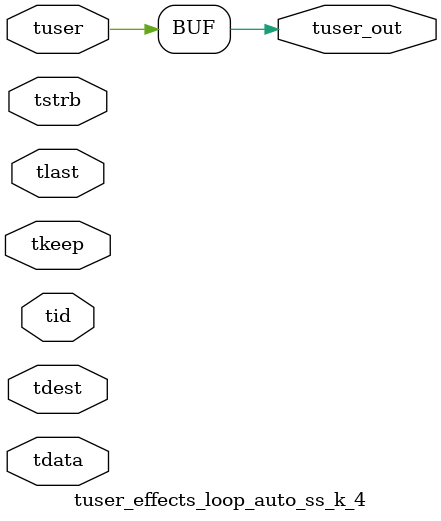
<source format=v>


`timescale 1ps/1ps

module tuser_effects_loop_auto_ss_k_4 #
(
parameter C_S_AXIS_TUSER_WIDTH = 1,
parameter C_S_AXIS_TDATA_WIDTH = 32,
parameter C_S_AXIS_TID_WIDTH   = 0,
parameter C_S_AXIS_TDEST_WIDTH = 0,
parameter C_M_AXIS_TUSER_WIDTH = 1
)
(
input  [(C_S_AXIS_TUSER_WIDTH == 0 ? 1 : C_S_AXIS_TUSER_WIDTH)-1:0     ] tuser,
input  [(C_S_AXIS_TDATA_WIDTH == 0 ? 1 : C_S_AXIS_TDATA_WIDTH)-1:0     ] tdata,
input  [(C_S_AXIS_TID_WIDTH   == 0 ? 1 : C_S_AXIS_TID_WIDTH)-1:0       ] tid,
input  [(C_S_AXIS_TDEST_WIDTH == 0 ? 1 : C_S_AXIS_TDEST_WIDTH)-1:0     ] tdest,
input  [(C_S_AXIS_TDATA_WIDTH/8)-1:0 ] tkeep,
input  [(C_S_AXIS_TDATA_WIDTH/8)-1:0 ] tstrb,
input                                                                    tlast,
output [C_M_AXIS_TUSER_WIDTH-1:0] tuser_out
);

assign tuser_out = {tuser[15:0]};

endmodule


</source>
